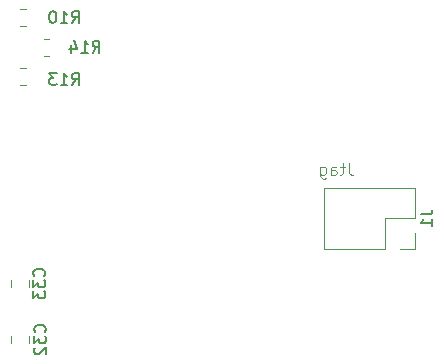
<source format=gbr>
%TF.GenerationSoftware,KiCad,Pcbnew,8.0.0*%
%TF.CreationDate,2024-07-15T16:42:44+02:00*%
%TF.ProjectId,Lucaudio_esp32_V1_revB,4c756361-7564-4696-9f5f-65737033325f,rev?*%
%TF.SameCoordinates,Original*%
%TF.FileFunction,Legend,Bot*%
%TF.FilePolarity,Positive*%
%FSLAX46Y46*%
G04 Gerber Fmt 4.6, Leading zero omitted, Abs format (unit mm)*
G04 Created by KiCad (PCBNEW 8.0.0) date 2024-07-15 16:42:44*
%MOMM*%
%LPD*%
G01*
G04 APERTURE LIST*
%ADD10C,0.100000*%
%ADD11C,0.150000*%
%ADD12C,0.120000*%
G04 APERTURE END LIST*
D10*
X115821330Y-89287290D02*
X115821330Y-90001575D01*
X115821330Y-90001575D02*
X115868949Y-90144432D01*
X115868949Y-90144432D02*
X115964187Y-90239671D01*
X115964187Y-90239671D02*
X116107044Y-90287290D01*
X116107044Y-90287290D02*
X116202282Y-90287290D01*
X115487996Y-89620623D02*
X115107044Y-89620623D01*
X115345139Y-89287290D02*
X115345139Y-90144432D01*
X115345139Y-90144432D02*
X115297520Y-90239671D01*
X115297520Y-90239671D02*
X115202282Y-90287290D01*
X115202282Y-90287290D02*
X115107044Y-90287290D01*
X114345139Y-90287290D02*
X114345139Y-89763480D01*
X114345139Y-89763480D02*
X114392758Y-89668242D01*
X114392758Y-89668242D02*
X114487996Y-89620623D01*
X114487996Y-89620623D02*
X114678472Y-89620623D01*
X114678472Y-89620623D02*
X114773710Y-89668242D01*
X114345139Y-90239671D02*
X114440377Y-90287290D01*
X114440377Y-90287290D02*
X114678472Y-90287290D01*
X114678472Y-90287290D02*
X114773710Y-90239671D01*
X114773710Y-90239671D02*
X114821329Y-90144432D01*
X114821329Y-90144432D02*
X114821329Y-90049194D01*
X114821329Y-90049194D02*
X114773710Y-89953956D01*
X114773710Y-89953956D02*
X114678472Y-89906337D01*
X114678472Y-89906337D02*
X114440377Y-89906337D01*
X114440377Y-89906337D02*
X114345139Y-89858718D01*
X113440377Y-89620623D02*
X113440377Y-90430147D01*
X113440377Y-90430147D02*
X113487996Y-90525385D01*
X113487996Y-90525385D02*
X113535615Y-90573004D01*
X113535615Y-90573004D02*
X113630853Y-90620623D01*
X113630853Y-90620623D02*
X113773710Y-90620623D01*
X113773710Y-90620623D02*
X113868948Y-90573004D01*
X113440377Y-90239671D02*
X113535615Y-90287290D01*
X113535615Y-90287290D02*
X113726091Y-90287290D01*
X113726091Y-90287290D02*
X113821329Y-90239671D01*
X113821329Y-90239671D02*
X113868948Y-90192051D01*
X113868948Y-90192051D02*
X113916567Y-90096813D01*
X113916567Y-90096813D02*
X113916567Y-89811099D01*
X113916567Y-89811099D02*
X113868948Y-89715861D01*
X113868948Y-89715861D02*
X113821329Y-89668242D01*
X113821329Y-89668242D02*
X113726091Y-89620623D01*
X113726091Y-89620623D02*
X113535615Y-89620623D01*
X113535615Y-89620623D02*
X113440377Y-89668242D01*
D11*
X94142857Y-79954819D02*
X94476190Y-79478628D01*
X94714285Y-79954819D02*
X94714285Y-78954819D01*
X94714285Y-78954819D02*
X94333333Y-78954819D01*
X94333333Y-78954819D02*
X94238095Y-79002438D01*
X94238095Y-79002438D02*
X94190476Y-79050057D01*
X94190476Y-79050057D02*
X94142857Y-79145295D01*
X94142857Y-79145295D02*
X94142857Y-79288152D01*
X94142857Y-79288152D02*
X94190476Y-79383390D01*
X94190476Y-79383390D02*
X94238095Y-79431009D01*
X94238095Y-79431009D02*
X94333333Y-79478628D01*
X94333333Y-79478628D02*
X94714285Y-79478628D01*
X93190476Y-79954819D02*
X93761904Y-79954819D01*
X93476190Y-79954819D02*
X93476190Y-78954819D01*
X93476190Y-78954819D02*
X93571428Y-79097676D01*
X93571428Y-79097676D02*
X93666666Y-79192914D01*
X93666666Y-79192914D02*
X93761904Y-79240533D01*
X92333333Y-79288152D02*
X92333333Y-79954819D01*
X92571428Y-78907200D02*
X92809523Y-79621485D01*
X92809523Y-79621485D02*
X92190476Y-79621485D01*
X92392857Y-77454819D02*
X92726190Y-76978628D01*
X92964285Y-77454819D02*
X92964285Y-76454819D01*
X92964285Y-76454819D02*
X92583333Y-76454819D01*
X92583333Y-76454819D02*
X92488095Y-76502438D01*
X92488095Y-76502438D02*
X92440476Y-76550057D01*
X92440476Y-76550057D02*
X92392857Y-76645295D01*
X92392857Y-76645295D02*
X92392857Y-76788152D01*
X92392857Y-76788152D02*
X92440476Y-76883390D01*
X92440476Y-76883390D02*
X92488095Y-76931009D01*
X92488095Y-76931009D02*
X92583333Y-76978628D01*
X92583333Y-76978628D02*
X92964285Y-76978628D01*
X91440476Y-77454819D02*
X92011904Y-77454819D01*
X91726190Y-77454819D02*
X91726190Y-76454819D01*
X91726190Y-76454819D02*
X91821428Y-76597676D01*
X91821428Y-76597676D02*
X91916666Y-76692914D01*
X91916666Y-76692914D02*
X92011904Y-76740533D01*
X90821428Y-76454819D02*
X90726190Y-76454819D01*
X90726190Y-76454819D02*
X90630952Y-76502438D01*
X90630952Y-76502438D02*
X90583333Y-76550057D01*
X90583333Y-76550057D02*
X90535714Y-76645295D01*
X90535714Y-76645295D02*
X90488095Y-76835771D01*
X90488095Y-76835771D02*
X90488095Y-77073866D01*
X90488095Y-77073866D02*
X90535714Y-77264342D01*
X90535714Y-77264342D02*
X90583333Y-77359580D01*
X90583333Y-77359580D02*
X90630952Y-77407200D01*
X90630952Y-77407200D02*
X90726190Y-77454819D01*
X90726190Y-77454819D02*
X90821428Y-77454819D01*
X90821428Y-77454819D02*
X90916666Y-77407200D01*
X90916666Y-77407200D02*
X90964285Y-77359580D01*
X90964285Y-77359580D02*
X91011904Y-77264342D01*
X91011904Y-77264342D02*
X91059523Y-77073866D01*
X91059523Y-77073866D02*
X91059523Y-76835771D01*
X91059523Y-76835771D02*
X91011904Y-76645295D01*
X91011904Y-76645295D02*
X90964285Y-76550057D01*
X90964285Y-76550057D02*
X90916666Y-76502438D01*
X90916666Y-76502438D02*
X90821428Y-76454819D01*
X121926819Y-93646666D02*
X122641104Y-93646666D01*
X122641104Y-93646666D02*
X122783961Y-93599047D01*
X122783961Y-93599047D02*
X122879200Y-93503809D01*
X122879200Y-93503809D02*
X122926819Y-93360952D01*
X122926819Y-93360952D02*
X122926819Y-93265714D01*
X122926819Y-94646666D02*
X122926819Y-94075238D01*
X122926819Y-94360952D02*
X121926819Y-94360952D01*
X121926819Y-94360952D02*
X122069676Y-94265714D01*
X122069676Y-94265714D02*
X122164914Y-94170476D01*
X122164914Y-94170476D02*
X122212533Y-94075238D01*
X90039580Y-98857142D02*
X90087200Y-98809523D01*
X90087200Y-98809523D02*
X90134819Y-98666666D01*
X90134819Y-98666666D02*
X90134819Y-98571428D01*
X90134819Y-98571428D02*
X90087200Y-98428571D01*
X90087200Y-98428571D02*
X89991961Y-98333333D01*
X89991961Y-98333333D02*
X89896723Y-98285714D01*
X89896723Y-98285714D02*
X89706247Y-98238095D01*
X89706247Y-98238095D02*
X89563390Y-98238095D01*
X89563390Y-98238095D02*
X89372914Y-98285714D01*
X89372914Y-98285714D02*
X89277676Y-98333333D01*
X89277676Y-98333333D02*
X89182438Y-98428571D01*
X89182438Y-98428571D02*
X89134819Y-98571428D01*
X89134819Y-98571428D02*
X89134819Y-98666666D01*
X89134819Y-98666666D02*
X89182438Y-98809523D01*
X89182438Y-98809523D02*
X89230057Y-98857142D01*
X89134819Y-99190476D02*
X89134819Y-99809523D01*
X89134819Y-99809523D02*
X89515771Y-99476190D01*
X89515771Y-99476190D02*
X89515771Y-99619047D01*
X89515771Y-99619047D02*
X89563390Y-99714285D01*
X89563390Y-99714285D02*
X89611009Y-99761904D01*
X89611009Y-99761904D02*
X89706247Y-99809523D01*
X89706247Y-99809523D02*
X89944342Y-99809523D01*
X89944342Y-99809523D02*
X90039580Y-99761904D01*
X90039580Y-99761904D02*
X90087200Y-99714285D01*
X90087200Y-99714285D02*
X90134819Y-99619047D01*
X90134819Y-99619047D02*
X90134819Y-99333333D01*
X90134819Y-99333333D02*
X90087200Y-99238095D01*
X90087200Y-99238095D02*
X90039580Y-99190476D01*
X89134819Y-100142857D02*
X89134819Y-100761904D01*
X89134819Y-100761904D02*
X89515771Y-100428571D01*
X89515771Y-100428571D02*
X89515771Y-100571428D01*
X89515771Y-100571428D02*
X89563390Y-100666666D01*
X89563390Y-100666666D02*
X89611009Y-100714285D01*
X89611009Y-100714285D02*
X89706247Y-100761904D01*
X89706247Y-100761904D02*
X89944342Y-100761904D01*
X89944342Y-100761904D02*
X90039580Y-100714285D01*
X90039580Y-100714285D02*
X90087200Y-100666666D01*
X90087200Y-100666666D02*
X90134819Y-100571428D01*
X90134819Y-100571428D02*
X90134819Y-100285714D01*
X90134819Y-100285714D02*
X90087200Y-100190476D01*
X90087200Y-100190476D02*
X90039580Y-100142857D01*
X92392857Y-82704819D02*
X92726190Y-82228628D01*
X92964285Y-82704819D02*
X92964285Y-81704819D01*
X92964285Y-81704819D02*
X92583333Y-81704819D01*
X92583333Y-81704819D02*
X92488095Y-81752438D01*
X92488095Y-81752438D02*
X92440476Y-81800057D01*
X92440476Y-81800057D02*
X92392857Y-81895295D01*
X92392857Y-81895295D02*
X92392857Y-82038152D01*
X92392857Y-82038152D02*
X92440476Y-82133390D01*
X92440476Y-82133390D02*
X92488095Y-82181009D01*
X92488095Y-82181009D02*
X92583333Y-82228628D01*
X92583333Y-82228628D02*
X92964285Y-82228628D01*
X91440476Y-82704819D02*
X92011904Y-82704819D01*
X91726190Y-82704819D02*
X91726190Y-81704819D01*
X91726190Y-81704819D02*
X91821428Y-81847676D01*
X91821428Y-81847676D02*
X91916666Y-81942914D01*
X91916666Y-81942914D02*
X92011904Y-81990533D01*
X91107142Y-81704819D02*
X90488095Y-81704819D01*
X90488095Y-81704819D02*
X90821428Y-82085771D01*
X90821428Y-82085771D02*
X90678571Y-82085771D01*
X90678571Y-82085771D02*
X90583333Y-82133390D01*
X90583333Y-82133390D02*
X90535714Y-82181009D01*
X90535714Y-82181009D02*
X90488095Y-82276247D01*
X90488095Y-82276247D02*
X90488095Y-82514342D01*
X90488095Y-82514342D02*
X90535714Y-82609580D01*
X90535714Y-82609580D02*
X90583333Y-82657200D01*
X90583333Y-82657200D02*
X90678571Y-82704819D01*
X90678571Y-82704819D02*
X90964285Y-82704819D01*
X90964285Y-82704819D02*
X91059523Y-82657200D01*
X91059523Y-82657200D02*
X91107142Y-82609580D01*
X90109580Y-103607142D02*
X90157200Y-103559523D01*
X90157200Y-103559523D02*
X90204819Y-103416666D01*
X90204819Y-103416666D02*
X90204819Y-103321428D01*
X90204819Y-103321428D02*
X90157200Y-103178571D01*
X90157200Y-103178571D02*
X90061961Y-103083333D01*
X90061961Y-103083333D02*
X89966723Y-103035714D01*
X89966723Y-103035714D02*
X89776247Y-102988095D01*
X89776247Y-102988095D02*
X89633390Y-102988095D01*
X89633390Y-102988095D02*
X89442914Y-103035714D01*
X89442914Y-103035714D02*
X89347676Y-103083333D01*
X89347676Y-103083333D02*
X89252438Y-103178571D01*
X89252438Y-103178571D02*
X89204819Y-103321428D01*
X89204819Y-103321428D02*
X89204819Y-103416666D01*
X89204819Y-103416666D02*
X89252438Y-103559523D01*
X89252438Y-103559523D02*
X89300057Y-103607142D01*
X89204819Y-103940476D02*
X89204819Y-104559523D01*
X89204819Y-104559523D02*
X89585771Y-104226190D01*
X89585771Y-104226190D02*
X89585771Y-104369047D01*
X89585771Y-104369047D02*
X89633390Y-104464285D01*
X89633390Y-104464285D02*
X89681009Y-104511904D01*
X89681009Y-104511904D02*
X89776247Y-104559523D01*
X89776247Y-104559523D02*
X90014342Y-104559523D01*
X90014342Y-104559523D02*
X90109580Y-104511904D01*
X90109580Y-104511904D02*
X90157200Y-104464285D01*
X90157200Y-104464285D02*
X90204819Y-104369047D01*
X90204819Y-104369047D02*
X90204819Y-104083333D01*
X90204819Y-104083333D02*
X90157200Y-103988095D01*
X90157200Y-103988095D02*
X90109580Y-103940476D01*
X89300057Y-104940476D02*
X89252438Y-104988095D01*
X89252438Y-104988095D02*
X89204819Y-105083333D01*
X89204819Y-105083333D02*
X89204819Y-105321428D01*
X89204819Y-105321428D02*
X89252438Y-105416666D01*
X89252438Y-105416666D02*
X89300057Y-105464285D01*
X89300057Y-105464285D02*
X89395295Y-105511904D01*
X89395295Y-105511904D02*
X89490533Y-105511904D01*
X89490533Y-105511904D02*
X89633390Y-105464285D01*
X89633390Y-105464285D02*
X90204819Y-104892857D01*
X90204819Y-104892857D02*
X90204819Y-105511904D01*
D12*
%TO.C,R14*%
X90022936Y-78765000D02*
X90477064Y-78765000D01*
X90022936Y-80235000D02*
X90477064Y-80235000D01*
%TO.C,R10*%
X88022936Y-76265000D02*
X88477064Y-76265000D01*
X88022936Y-77735000D02*
X88477064Y-77735000D01*
%TO.C,J1*%
X113732000Y-91380000D02*
X113732000Y-96580000D01*
X113732000Y-91380000D02*
X121472000Y-91380000D01*
X113732000Y-96580000D02*
X118872000Y-96580000D01*
X118872000Y-93980000D02*
X118872000Y-96580000D01*
X121472000Y-91380000D02*
X121472000Y-93980000D01*
X121472000Y-93980000D02*
X118872000Y-93980000D01*
X121472000Y-95250000D02*
X121472000Y-96580000D01*
X121472000Y-96580000D02*
X120142000Y-96580000D01*
%TO.C,C33*%
X87265000Y-99238748D02*
X87265000Y-99761252D01*
X88735000Y-99238748D02*
X88735000Y-99761252D01*
%TO.C,R13*%
X88477064Y-81265000D02*
X88022936Y-81265000D01*
X88477064Y-82735000D02*
X88022936Y-82735000D01*
%TO.C,C32*%
X87265000Y-104511252D02*
X87265000Y-103988748D01*
X88735000Y-104511252D02*
X88735000Y-103988748D01*
%TD*%
M02*

</source>
